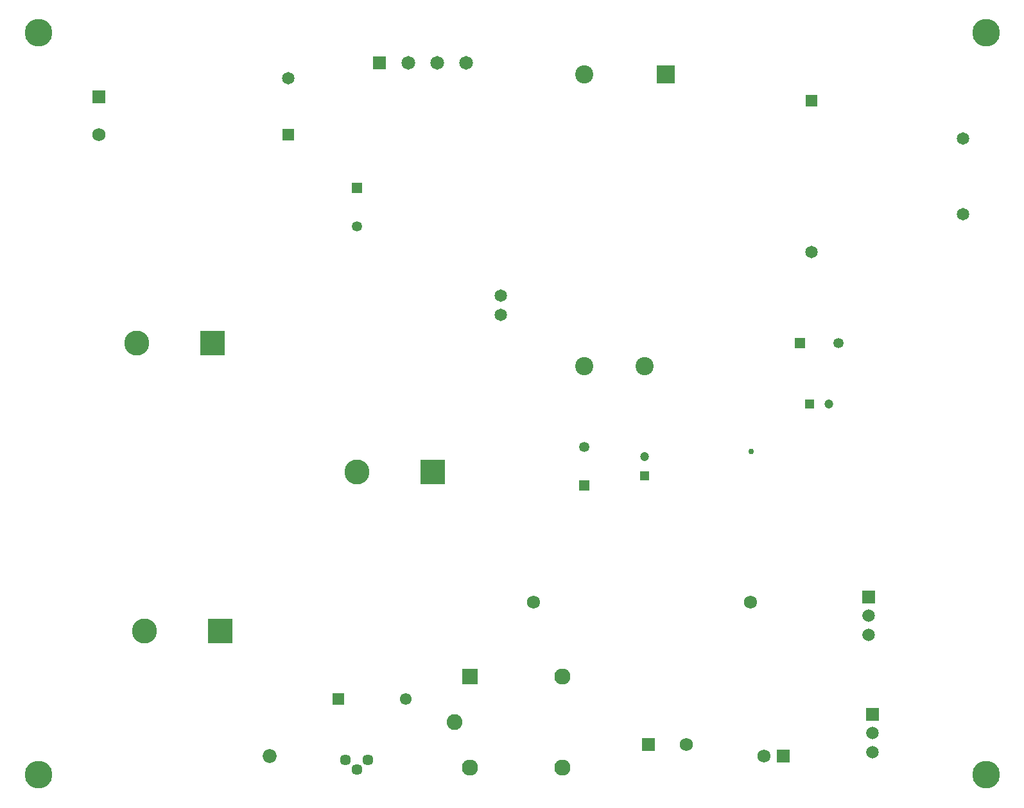
<source format=gbs>
G04*
G04 #@! TF.GenerationSoftware,Altium Limited,Altium Designer,23.4.1 (23)*
G04*
G04 Layer_Color=16711935*
%FSLAX44Y44*%
%MOMM*%
G71*
G04*
G04 #@! TF.SameCoordinates,D707CC84-C655-447D-9D72-A261F95A4AE0*
G04*
G04*
G04 #@! TF.FilePolarity,Negative*
G04*
G01*
G75*
%ADD28C,1.7250*%
%ADD29C,1.3500*%
%ADD30R,1.3500X1.3500*%
%ADD31C,3.3000*%
%ADD32R,3.3000X3.3000*%
%ADD33C,3.6500*%
%ADD34R,1.6500X1.6500*%
%ADD35C,1.6500*%
%ADD36R,1.2000X1.2000*%
%ADD37C,1.2000*%
%ADD38R,1.3500X1.3500*%
%ADD39R,1.8150X1.8150*%
%ADD40C,1.8150*%
%ADD41R,1.7500X1.7500*%
%ADD42C,1.7500*%
%ADD43C,1.6580*%
%ADD44R,1.6580X1.6580*%
%ADD45R,1.7250X1.7250*%
%ADD46R,1.7500X1.7500*%
%ADD47C,2.4000*%
%ADD48R,2.4000X2.4000*%
%ADD49R,1.6500X1.6500*%
%ADD50R,1.2000X1.2000*%
%ADD51R,2.1300X2.1300*%
%ADD52C,2.0850*%
%ADD53C,2.1300*%
%ADD54C,1.5500*%
%ADD55R,1.5500X1.5500*%
%ADD56C,1.4500*%
%ADD57C,0.7500*%
%ADD58C,1.8450*%
D28*
X683000Y258000D02*
D03*
X969000D02*
D03*
X987500Y54750D02*
D03*
D29*
X750000Y462900D02*
D03*
X1085400Y600000D02*
D03*
X450000Y754600D02*
D03*
D30*
X750000Y412100D02*
D03*
X450000Y805400D02*
D03*
D31*
X170000Y220000D02*
D03*
X160000Y600000D02*
D03*
X450000Y430000D02*
D03*
D32*
X270000Y220000D02*
D03*
X260000Y600000D02*
D03*
X550000Y430000D02*
D03*
D33*
X30000Y1010000D02*
D03*
Y30000D02*
D03*
X1280000D02*
D03*
Y1010000D02*
D03*
D34*
X1050000Y920000D02*
D03*
D35*
Y720000D02*
D03*
X1250000Y770000D02*
D03*
Y870000D02*
D03*
X640002Y637298D02*
D03*
Y662698D02*
D03*
X360000Y950000D02*
D03*
D36*
X1047500Y520000D02*
D03*
D37*
X1072500D02*
D03*
X830000Y450000D02*
D03*
D38*
X1034600Y600000D02*
D03*
D39*
X480000Y970000D02*
D03*
D40*
X518100D02*
D03*
X556200D02*
D03*
X594300D02*
D03*
D41*
X835000Y70000D02*
D03*
D42*
X885000D02*
D03*
X110000Y875000D02*
D03*
D43*
X1130000Y60000D02*
D03*
Y85000D02*
D03*
X1125250Y215000D02*
D03*
Y240000D02*
D03*
D44*
X1130000Y110000D02*
D03*
X1125250Y265000D02*
D03*
D45*
X1012500Y54750D02*
D03*
D46*
X110000Y925000D02*
D03*
D47*
X830000Y570000D02*
D03*
X750000D02*
D03*
Y955000D02*
D03*
D48*
X857500D02*
D03*
D49*
X360000Y875000D02*
D03*
D50*
X830000Y425000D02*
D03*
D51*
X599000Y160000D02*
D03*
D52*
X579000Y100000D02*
D03*
D53*
X599000Y40000D02*
D03*
X721000D02*
D03*
Y160000D02*
D03*
D54*
X514400Y130000D02*
D03*
D55*
X425600D02*
D03*
D56*
X435150Y50000D02*
D03*
X450000Y37300D02*
D03*
X464850Y50000D02*
D03*
D57*
X970000Y457500D02*
D03*
D58*
X335000Y55000D02*
D03*
M02*

</source>
